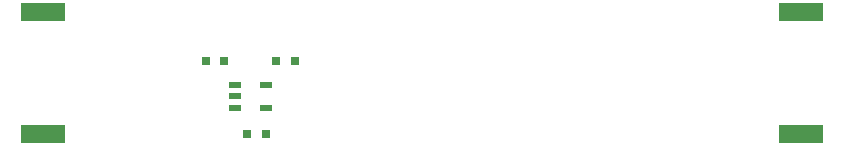
<source format=gbr>
%TF.GenerationSoftware,KiCad,Pcbnew,7.0.10*%
%TF.CreationDate,2024-03-29T17:01:24+09:00*%
%TF.ProjectId,HD-AK4316,48442d41-4b34-4333-9136-2e6b69636164,rev?*%
%TF.SameCoordinates,Original*%
%TF.FileFunction,Paste,Top*%
%TF.FilePolarity,Positive*%
%FSLAX46Y46*%
G04 Gerber Fmt 4.6, Leading zero omitted, Abs format (unit mm)*
G04 Created by KiCad (PCBNEW 7.0.10) date 2024-03-29 17:01:24*
%MOMM*%
%LPD*%
G01*
G04 APERTURE LIST*
%ADD10R,0.800000X0.800000*%
%ADD11R,3.800000X1.500000*%
%ADD12R,1.100000X0.600000*%
G04 APERTURE END LIST*
D10*
%TO.C,C6*%
X149300000Y-61500000D03*
X147700000Y-61500000D03*
%TD*%
D11*
%TO.C,CN1*%
X127900000Y-57350000D03*
X127900000Y-67650000D03*
%TD*%
D10*
%TO.C,C2*%
X141700000Y-61500000D03*
X143300000Y-61500000D03*
%TD*%
D11*
%TO.C,CN2*%
X192100000Y-67650000D03*
X192100000Y-57350000D03*
%TD*%
D10*
%TO.C,C4*%
X146800000Y-67700000D03*
X145200000Y-67700000D03*
%TD*%
D12*
%TO.C,U2*%
X144200000Y-63550000D03*
X144200000Y-64500000D03*
X144200000Y-65450000D03*
X146800000Y-65450000D03*
X146800000Y-63550000D03*
%TD*%
M02*

</source>
